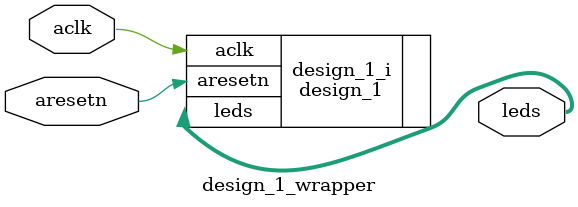
<source format=v>
`timescale 1 ps / 1 ps

module design_1_wrapper
   (aclk,
    aresetn,
    leds);
  input aclk;
  input aresetn;
  output [15:0]leds;

  wire aclk;
  wire aresetn;
  wire [15:0]leds;

  design_1 design_1_i
       (.aclk(aclk),
        .aresetn(aresetn),
        .leds(leds));
endmodule

</source>
